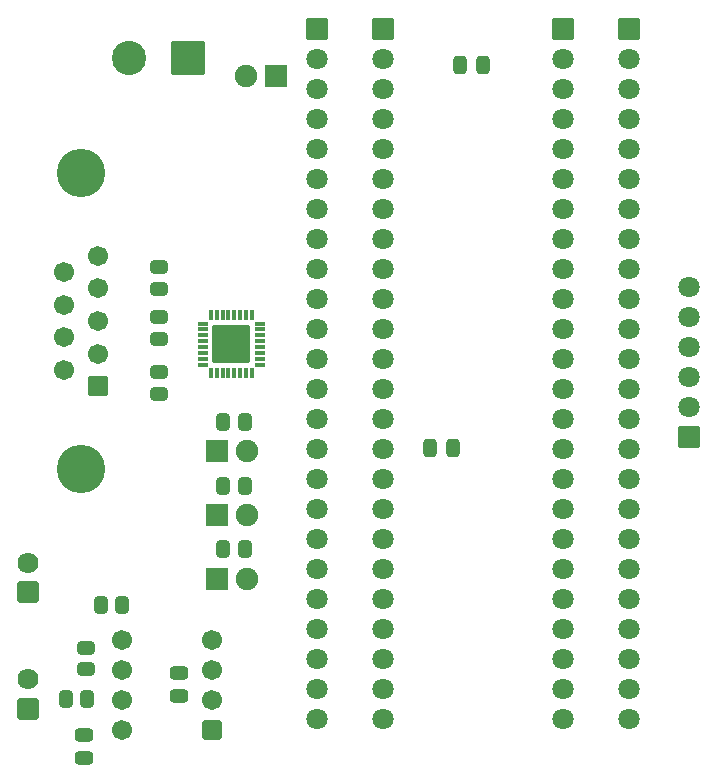
<source format=gbr>
%TF.GenerationSoftware,KiCad,Pcbnew,9.0.5*%
%TF.CreationDate,2025-10-05T20:42:35-05:00*%
%TF.ProjectId,ATO-Encoder-PCB,41544f2d-456e-4636-9f64-65722d504342,rev?*%
%TF.SameCoordinates,Original*%
%TF.FileFunction,Soldermask,Bot*%
%TF.FilePolarity,Negative*%
%FSLAX46Y46*%
G04 Gerber Fmt 4.6, Leading zero omitted, Abs format (unit mm)*
G04 Created by KiCad (PCBNEW 9.0.5) date 2025-10-05 20:42:35*
%MOMM*%
%LPD*%
G01*
G04 APERTURE LIST*
G04 Aperture macros list*
%AMRoundRect*
0 Rectangle with rounded corners*
0 $1 Rounding radius*
0 $2 $3 $4 $5 $6 $7 $8 $9 X,Y pos of 4 corners*
0 Add a 4 corners polygon primitive as box body*
4,1,4,$2,$3,$4,$5,$6,$7,$8,$9,$2,$3,0*
0 Add four circle primitives for the rounded corners*
1,1,$1+$1,$2,$3*
1,1,$1+$1,$4,$5*
1,1,$1+$1,$6,$7*
1,1,$1+$1,$8,$9*
0 Add four rect primitives between the rounded corners*
20,1,$1+$1,$2,$3,$4,$5,0*
20,1,$1+$1,$4,$5,$6,$7,0*
20,1,$1+$1,$6,$7,$8,$9,0*
20,1,$1+$1,$8,$9,$2,$3,0*%
%AMFreePoly0*
4,1,27,0.081941,0.459433,0.126135,0.441127,0.153627,0.413635,0.171933,0.369441,0.175800,0.350000,0.175800,-0.350000,0.171933,-0.369441,0.153627,-0.413635,0.126135,-0.441127,0.081941,-0.459433,0.062500,-0.463300,-0.062500,-0.463300,-0.081941,-0.459433,-0.126135,-0.441127,-0.153627,-0.413635,-0.171933,-0.369441,-0.175800,-0.350000,-0.175800,0.296612,-0.171933,0.316053,-0.153627,0.360247,
-0.142615,0.376727,-0.089227,0.430115,-0.072747,0.441127,-0.028553,0.459433,-0.009112,0.463300,0.062500,0.463300,0.081941,0.459433,0.081941,0.459433,$1*%
%AMFreePoly1*
4,1,27,0.028553,0.459433,0.072747,0.441127,0.089227,0.430115,0.142615,0.376727,0.153627,0.360247,0.171933,0.316053,0.175800,0.296612,0.175800,-0.350000,0.171933,-0.369441,0.153627,-0.413635,0.126135,-0.441127,0.081941,-0.459433,0.062500,-0.463300,-0.062500,-0.463300,-0.081941,-0.459433,-0.126135,-0.441127,-0.153627,-0.413635,-0.171933,-0.369441,-0.175800,-0.350000,-0.175800,0.350000,
-0.171933,0.369441,-0.153627,0.413635,-0.126135,0.441127,-0.081941,0.459433,-0.062500,0.463300,0.009112,0.463300,0.028553,0.459433,0.028553,0.459433,$1*%
%AMFreePoly2*
4,1,27,0.369441,0.171933,0.413635,0.153627,0.441127,0.126135,0.459433,0.081941,0.463300,0.062500,0.463300,-0.062500,0.459433,-0.081941,0.441127,-0.126135,0.413635,-0.153627,0.369441,-0.171933,0.350000,-0.175800,-0.296612,-0.175800,-0.316053,-0.171933,-0.360247,-0.153627,-0.376727,-0.142615,-0.430115,-0.089227,-0.441127,-0.072747,-0.459433,-0.028553,-0.463300,-0.009112,-0.463300,0.062500,
-0.459433,0.081941,-0.441127,0.126135,-0.413635,0.153627,-0.369441,0.171933,-0.350000,0.175800,0.350000,0.175800,0.369441,0.171933,0.369441,0.171933,$1*%
%AMFreePoly3*
4,1,27,0.369441,0.171933,0.413635,0.153627,0.441127,0.126135,0.459433,0.081941,0.463300,0.062500,0.463300,-0.062500,0.459433,-0.081941,0.441127,-0.126135,0.413635,-0.153627,0.369441,-0.171933,0.350000,-0.175800,-0.350000,-0.175800,-0.369441,-0.171933,-0.413635,-0.153627,-0.441127,-0.126135,-0.459433,-0.081941,-0.463300,-0.062500,-0.463300,0.009112,-0.459433,0.028553,-0.441127,0.072747,
-0.430115,0.089227,-0.376727,0.142615,-0.360247,0.153627,-0.316053,0.171933,-0.296612,0.175800,0.350000,0.175800,0.369441,0.171933,0.369441,0.171933,$1*%
%AMFreePoly4*
4,1,27,0.081941,0.459433,0.126135,0.441127,0.153627,0.413635,0.171933,0.369441,0.175800,0.350000,0.175800,-0.296612,0.171933,-0.316053,0.153627,-0.360247,0.142615,-0.376727,0.089227,-0.430115,0.072747,-0.441127,0.028553,-0.459433,0.009112,-0.463300,-0.062500,-0.463300,-0.081941,-0.459433,-0.126135,-0.441127,-0.153627,-0.413635,-0.171933,-0.369441,-0.175800,-0.350000,-0.175800,0.350000,
-0.171933,0.369441,-0.153627,0.413635,-0.126135,0.441127,-0.081941,0.459433,-0.062500,0.463300,0.062500,0.463300,0.081941,0.459433,0.081941,0.459433,$1*%
%AMFreePoly5*
4,1,27,0.081941,0.459433,0.126135,0.441127,0.153627,0.413635,0.171933,0.369441,0.175800,0.350000,0.175800,-0.350000,0.171933,-0.369441,0.153627,-0.413635,0.126135,-0.441127,0.081941,-0.459433,0.062500,-0.463300,-0.009112,-0.463300,-0.028553,-0.459433,-0.072747,-0.441127,-0.089227,-0.430115,-0.142615,-0.376727,-0.153627,-0.360247,-0.171933,-0.316053,-0.175800,-0.296612,-0.175800,0.350000,
-0.171933,0.369441,-0.153627,0.413635,-0.126135,0.441127,-0.081941,0.459433,-0.062500,0.463300,0.062500,0.463300,0.081941,0.459433,0.081941,0.459433,$1*%
%AMFreePoly6*
4,1,27,0.316053,0.171933,0.360247,0.153627,0.376727,0.142615,0.430115,0.089227,0.441127,0.072747,0.459433,0.028553,0.463300,0.009112,0.463300,-0.062500,0.459433,-0.081941,0.441127,-0.126135,0.413635,-0.153627,0.369441,-0.171933,0.350000,-0.175800,-0.350000,-0.175800,-0.369441,-0.171933,-0.413635,-0.153627,-0.441127,-0.126135,-0.459433,-0.081941,-0.463300,-0.062500,-0.463300,0.062500,
-0.459433,0.081941,-0.441127,0.126135,-0.413635,0.153627,-0.369441,0.171933,-0.350000,0.175800,0.296612,0.175800,0.316053,0.171933,0.316053,0.171933,$1*%
%AMFreePoly7*
4,1,27,0.369441,0.171933,0.413635,0.153627,0.441127,0.126135,0.459433,0.081941,0.463300,0.062500,0.463300,-0.009112,0.459433,-0.028553,0.441127,-0.072747,0.430115,-0.089227,0.376727,-0.142615,0.360247,-0.153627,0.316053,-0.171933,0.296612,-0.175800,-0.350000,-0.175800,-0.369441,-0.171933,-0.413635,-0.153627,-0.441127,-0.126135,-0.459433,-0.081941,-0.463300,-0.062500,-0.463300,0.062500,
-0.459433,0.081941,-0.441127,0.126135,-0.413635,0.153627,-0.369441,0.171933,-0.350000,0.175800,0.350000,0.175800,0.369441,0.171933,0.369441,0.171933,$1*%
G04 Aperture macros list end*
%ADD10RoundRect,0.050800X0.900000X0.900000X-0.900000X0.900000X-0.900000X-0.900000X0.900000X-0.900000X0*%
%ADD11C,1.901600*%
%ADD12RoundRect,0.050800X-0.900000X-0.900000X0.900000X-0.900000X0.900000X0.900000X-0.900000X0.900000X0*%
%ADD13RoundRect,0.259072X1.191728X1.191728X-1.191728X1.191728X-1.191728X-1.191728X1.191728X-1.191728X0*%
%ADD14C,2.901600*%
%ADD15RoundRect,0.275400X0.275400X0.500400X-0.275400X0.500400X-0.275400X-0.500400X0.275400X-0.500400X0*%
%ADD16RoundRect,0.275400X-0.275400X-0.500400X0.275400X-0.500400X0.275400X0.500400X-0.275400X0.500400X0*%
%ADD17RoundRect,0.274780X0.288520X0.476020X-0.288520X0.476020X-0.288520X-0.476020X0.288520X-0.476020X0*%
%ADD18RoundRect,0.050800X-1.550000X1.550000X-1.550000X-1.550000X1.550000X-1.550000X1.550000X1.550000X0*%
%ADD19FreePoly0,270.000000*%
%ADD20RoundRect,0.087900X-0.375400X0.087900X-0.375400X-0.087900X0.375400X-0.087900X0.375400X0.087900X0*%
%ADD21FreePoly1,270.000000*%
%ADD22FreePoly2,270.000000*%
%ADD23RoundRect,0.087900X-0.087900X0.375400X-0.087900X-0.375400X0.087900X-0.375400X0.087900X0.375400X0*%
%ADD24FreePoly3,270.000000*%
%ADD25FreePoly4,270.000000*%
%ADD26FreePoly5,270.000000*%
%ADD27FreePoly6,270.000000*%
%ADD28FreePoly7,270.000000*%
%ADD29RoundRect,0.265875X0.584925X0.584925X-0.584925X0.584925X-0.584925X-0.584925X0.584925X-0.584925X0*%
%ADD30C,1.701600*%
%ADD31RoundRect,0.102000X-0.787500X0.787500X-0.787500X-0.787500X0.787500X-0.787500X0.787500X0.787500X0*%
%ADD32C,1.779000*%
%ADD33C,1.801600*%
%ADD34RoundRect,0.050800X-0.850000X-0.850000X0.850000X-0.850000X0.850000X0.850000X-0.850000X0.850000X0*%
%ADD35RoundRect,0.275400X0.500400X-0.275400X0.500400X0.275400X-0.500400X0.275400X-0.500400X-0.275400X0*%
%ADD36RoundRect,0.275400X-0.500400X0.275400X-0.500400X-0.275400X0.500400X-0.275400X0.500400X0.275400X0*%
%ADD37RoundRect,0.274780X0.476020X-0.288520X0.476020X0.288520X-0.476020X0.288520X-0.476020X-0.288520X0*%
%ADD38RoundRect,0.274780X-0.476020X0.288520X-0.476020X-0.288520X0.476020X-0.288520X0.476020X0.288520X0*%
%ADD39RoundRect,0.274780X-0.288520X-0.476020X0.288520X-0.476020X0.288520X0.476020X-0.288520X0.476020X0*%
%ADD40RoundRect,0.050800X0.850000X0.850000X-0.850000X0.850000X-0.850000X-0.850000X0.850000X-0.850000X0*%
%ADD41RoundRect,0.050800X-0.800000X0.800000X-0.800000X-0.800000X0.800000X-0.800000X0.800000X0.800000X0*%
%ADD42C,4.101600*%
G04 APERTURE END LIST*
D10*
%TO.C,D4*%
X155526326Y-56729615D03*
D11*
X152986326Y-56729615D03*
%TD*%
D12*
%TO.C,D3*%
X150450996Y-99271292D03*
D11*
X152990996Y-99271292D03*
%TD*%
D12*
%TO.C,D2*%
X150450996Y-93871292D03*
D11*
X152990996Y-93871292D03*
%TD*%
D12*
%TO.C,D1*%
X150450996Y-88471292D03*
D11*
X152990996Y-88471292D03*
%TD*%
D13*
%TO.C,J5*%
X147999999Y-55237433D03*
D14*
X142999999Y-55237433D03*
%TD*%
D15*
%TO.C,C3*%
X170450000Y-88250000D03*
X168550000Y-88250000D03*
%TD*%
D16*
%TO.C,C4*%
X171100000Y-55750000D03*
X173000000Y-55750000D03*
%TD*%
D17*
%TO.C,R9*%
X151000000Y-96800000D03*
X152825000Y-96800000D03*
%TD*%
%TO.C,R6*%
X151000000Y-91400000D03*
X152825000Y-91400000D03*
%TD*%
%TO.C,R4*%
X151000000Y-86000000D03*
X152825000Y-86000000D03*
%TD*%
D18*
%TO.C,U1*%
X151712927Y-79428453D03*
D19*
X149275427Y-77678453D03*
D20*
X149275427Y-78178453D03*
X149275427Y-78678453D03*
X149275427Y-79178453D03*
X149275427Y-79678453D03*
X149275427Y-80178453D03*
X149275427Y-80678453D03*
D21*
X149275427Y-81178453D03*
D22*
X149962927Y-81865953D03*
D23*
X150462927Y-81865953D03*
X150962927Y-81865953D03*
X151462927Y-81865953D03*
X151962927Y-81865953D03*
X152462927Y-81865953D03*
X152962927Y-81865953D03*
D24*
X153462927Y-81865953D03*
D25*
X154150427Y-81178453D03*
D20*
X154150427Y-80678453D03*
X154150427Y-80178453D03*
X154150427Y-79678453D03*
X154150427Y-79178453D03*
X154150427Y-78678453D03*
X154150427Y-78178453D03*
D26*
X154150427Y-77678453D03*
D27*
X153462927Y-76990953D03*
D23*
X152962927Y-76990953D03*
X152462927Y-76990953D03*
X151962927Y-76990953D03*
X151462927Y-76990953D03*
X150962927Y-76990953D03*
X150462927Y-76990953D03*
D28*
X149962927Y-76990953D03*
%TD*%
D29*
%TO.C,IC1*%
X150078300Y-112054127D03*
D30*
X150078300Y-109514127D03*
X150078300Y-106974127D03*
X150078300Y-104434127D03*
X142458300Y-104434127D03*
X142458300Y-106974127D03*
X142458300Y-109514127D03*
X142458300Y-112054127D03*
%TD*%
D31*
%TO.C,J3*%
X134453300Y-100419127D03*
D32*
X134453300Y-97919127D03*
%TD*%
D33*
%TO.C,JP1*%
X158915663Y-111177632D03*
X158915663Y-108637632D03*
X158915663Y-106097632D03*
X158915663Y-103557632D03*
X158915663Y-101017632D03*
X158915663Y-98477632D03*
X158915663Y-95937632D03*
X158915663Y-93397632D03*
X158915663Y-90857632D03*
X158915663Y-88317632D03*
X158915663Y-85777632D03*
X158915663Y-83237632D03*
X158915663Y-80697632D03*
X158915663Y-78157632D03*
X158915663Y-75617632D03*
X158915663Y-73077632D03*
X158915663Y-70537632D03*
X158915663Y-67997632D03*
X158915663Y-65457632D03*
X158915663Y-62917632D03*
X158915663Y-60377632D03*
X158915663Y-57837632D03*
X158915663Y-55297632D03*
D34*
X158915663Y-52757632D03*
%TD*%
D33*
%TO.C,JP2*%
X185412783Y-111177632D03*
X185412783Y-108637632D03*
X185412783Y-106097632D03*
X185412783Y-103557632D03*
X185412783Y-101017632D03*
X185412783Y-98477632D03*
X185412783Y-95937632D03*
X185412783Y-93397632D03*
X185412783Y-90857632D03*
X185412783Y-88317632D03*
X185412783Y-85777632D03*
X185412783Y-83237632D03*
X185412783Y-80697632D03*
X185412783Y-78157632D03*
X185412783Y-75617632D03*
X185412783Y-73077632D03*
X185412783Y-70537632D03*
X185412783Y-67997632D03*
X185412783Y-65457632D03*
X185412783Y-62917632D03*
X185412783Y-60377632D03*
X185412783Y-57837632D03*
X185412783Y-55297632D03*
D34*
X185412783Y-52757632D03*
%TD*%
D31*
%TO.C,J2*%
X134453300Y-110301627D03*
D32*
X134453300Y-107801627D03*
%TD*%
D34*
%TO.C,U$1*%
X179789223Y-52757632D03*
D33*
X179789223Y-55297632D03*
X179789223Y-57837632D03*
X179789223Y-60377632D03*
X179789223Y-62917632D03*
X179789223Y-65457632D03*
X179789223Y-67997632D03*
X179789223Y-70537632D03*
X179789223Y-73077632D03*
X179789223Y-75617632D03*
X179789223Y-78157632D03*
X179789223Y-80697632D03*
X179789223Y-83237632D03*
X179789223Y-85777632D03*
X179789223Y-88317632D03*
X179789223Y-90857632D03*
X179789223Y-93397632D03*
X179789223Y-95937632D03*
X179789223Y-98477632D03*
X179789223Y-101017632D03*
X179789223Y-103557632D03*
X179789223Y-106097632D03*
X179789223Y-108637632D03*
X179789223Y-111177632D03*
X164549223Y-111177632D03*
X164549223Y-108637632D03*
X164549223Y-106097632D03*
X164549223Y-103557632D03*
X164549223Y-101017632D03*
X164549223Y-98477632D03*
X164549223Y-95937632D03*
X164549223Y-93397632D03*
X164549223Y-90857632D03*
X164549223Y-88317632D03*
X164549223Y-85777632D03*
X164549223Y-83237632D03*
X164549223Y-80697632D03*
X164549223Y-78157632D03*
X164549223Y-75617632D03*
X164549223Y-73077632D03*
X164549223Y-70537632D03*
X164549223Y-67997632D03*
X164549223Y-65457632D03*
X164549223Y-62917632D03*
X164549223Y-60377632D03*
X164549223Y-57837632D03*
X164549223Y-55297632D03*
D34*
X164549223Y-52757632D03*
%TD*%
D35*
%TO.C,C2*%
X139239618Y-114450424D03*
X139239618Y-112550424D03*
%TD*%
D36*
%TO.C,C1*%
X147258300Y-107284127D03*
X147258300Y-109184127D03*
%TD*%
D37*
%TO.C,R8*%
X139358300Y-106934127D03*
X139358300Y-105109127D03*
%TD*%
%TO.C,R2*%
X145562635Y-77141425D03*
X145562635Y-78966425D03*
%TD*%
D17*
%TO.C,R5*%
X142458300Y-101484127D03*
X140633300Y-101484127D03*
%TD*%
D38*
%TO.C,R1*%
X145537380Y-83612306D03*
X145537380Y-81787306D03*
%TD*%
D39*
%TO.C,R7*%
X137683300Y-109484127D03*
X139508300Y-109484127D03*
%TD*%
D38*
%TO.C,R3*%
X145562635Y-74741425D03*
X145562635Y-72916425D03*
%TD*%
D33*
%TO.C,J4*%
X190483771Y-74559001D03*
X190483771Y-77099001D03*
X190483771Y-79639001D03*
X190483771Y-82179001D03*
X190483771Y-84719001D03*
D40*
X190483771Y-87259001D03*
%TD*%
D30*
%TO.C,J1*%
X137547520Y-73310021D03*
X137547520Y-76080021D03*
X137547520Y-78850021D03*
X137547520Y-81620021D03*
X140387520Y-71925021D03*
X140387520Y-74695021D03*
X140387520Y-77465021D03*
X140387520Y-80235021D03*
D41*
X140387520Y-83005021D03*
D42*
X138967520Y-89965021D03*
X138967520Y-64965021D03*
%TD*%
M02*

</source>
